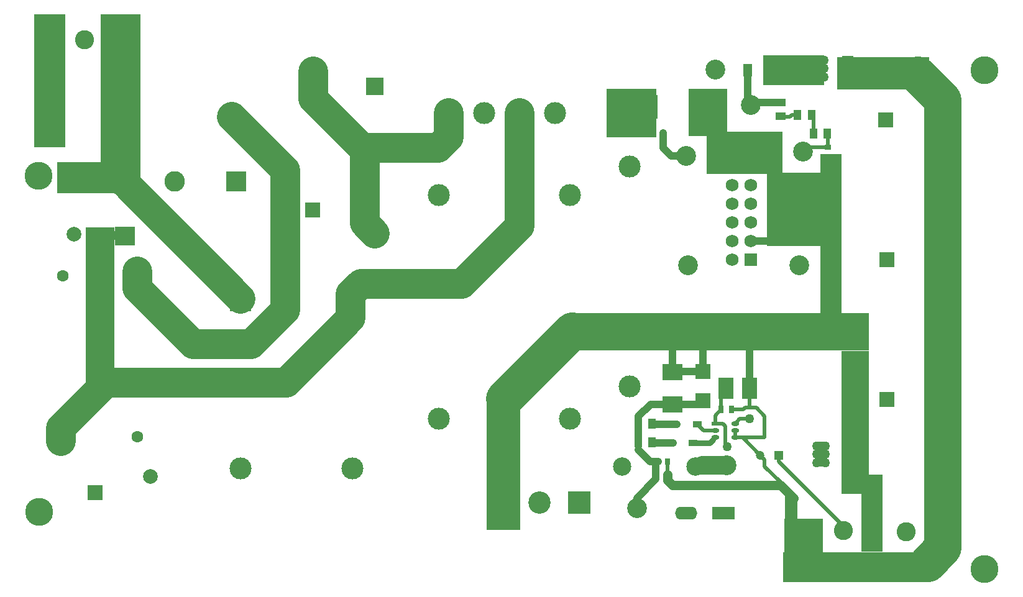
<source format=gtl>
G04 Layer_Physical_Order=1*
G04 Layer_Color=255*
%FSLAX25Y25*%
%MOIN*%
G70*
G01*
G75*
%ADD10O,0.04134X0.02362*%
%ADD11R,0.04134X0.02362*%
%ADD12R,0.06299X0.13780*%
%ADD13R,0.03937X0.05512*%
%ADD14R,0.04724X0.03347*%
%ADD15R,0.05512X0.03937*%
%ADD16R,0.03150X0.03740*%
%ADD17R,0.02953X0.03937*%
%ADD18R,0.03740X0.03150*%
%ADD19R,0.10799X0.08500*%
%ADD20R,0.07874X0.07874*%
%ADD21R,0.05315X0.12992*%
%ADD22R,0.04528X0.06890*%
%ADD23R,0.08465X0.11221*%
%ADD24C,0.20000*%
%ADD25C,0.02000*%
%ADD26C,0.16000*%
%ADD27C,0.04000*%
%ADD28C,0.05000*%
%ADD29C,0.03000*%
%ADD30C,0.10000*%
%ADD31R,0.11000X0.10000*%
%ADD32R,0.27000X0.26000*%
%ADD33R,0.21000X0.25500*%
%ADD34R,0.40500X0.22500*%
%ADD35R,0.06500X0.12000*%
%ADD36R,0.49500X0.17500*%
%ADD37R,0.16500X0.71500*%
%ADD38R,0.45000X0.16500*%
%ADD39R,0.15500X0.91000*%
%ADD40R,0.21500X0.79500*%
%ADD41R,0.76000X0.16000*%
%ADD42R,0.21000X0.26000*%
%ADD43R,0.15000X0.77000*%
%ADD44R,0.11500X0.41500*%
%ADD45R,0.18000X0.70500*%
%ADD46R,1.60500X0.20500*%
%ADD47R,0.33000X0.16000*%
%ADD48R,0.11500X0.85500*%
%ADD49R,0.29000X0.39500*%
%ADD50C,0.15000*%
%ADD51C,0.10630*%
%ADD52C,0.09843*%
%ADD53R,0.12000X0.06969*%
%ADD54O,0.12000X0.06969*%
%ADD55C,0.11811*%
%ADD56C,0.06890*%
%ADD57R,0.06890X0.06890*%
%ADD58C,0.06299*%
%ADD59R,0.06299X0.06299*%
%ADD60C,0.07874*%
%ADD61R,0.11811X0.11811*%
%ADD62C,0.11969*%
%ADD63R,0.11969X0.11969*%
%ADD64C,0.11024*%
%ADD65R,0.11024X0.11024*%
%ADD66R,0.11811X0.11811*%
%ADD67R,0.07874X0.07874*%
%ADD68C,0.09646*%
%ADD69R,0.09646X0.09646*%
%ADD70R,0.04724X0.04724*%
%ADD71C,0.04724*%
%ADD72C,0.10236*%
%ADD73C,0.05000*%
D10*
X502630Y165520D02*
D03*
Y169260D02*
D03*
Y173000D02*
D03*
X492000Y165520D02*
D03*
Y169260D02*
D03*
D11*
Y173000D02*
D03*
D12*
X547823Y363500D02*
D03*
X563177D02*
D03*
X548323Y156500D02*
D03*
X563677D02*
D03*
D13*
X544760Y328500D02*
D03*
X552240D02*
D03*
X450760Y173000D02*
D03*
X458240D02*
D03*
X536260Y338500D02*
D03*
X543740D02*
D03*
X450760Y163000D02*
D03*
X458240D02*
D03*
D14*
X480004Y162500D02*
D03*
X467996D02*
D03*
X470496Y172500D02*
D03*
X482504D02*
D03*
D15*
X527000Y345240D02*
D03*
Y337760D02*
D03*
D16*
X461441Y152500D02*
D03*
X466559D02*
D03*
X458941Y329000D02*
D03*
X464059D02*
D03*
D17*
X466354Y145500D02*
D03*
X460646D02*
D03*
X500854Y180500D02*
D03*
X495146D02*
D03*
D18*
X552500Y321059D02*
D03*
Y315941D02*
D03*
D19*
X469000Y200701D02*
D03*
Y183299D02*
D03*
D20*
X485500Y200874D02*
D03*
Y185126D02*
D03*
X583500Y336000D02*
D03*
X584000Y186000D02*
D03*
Y261000D02*
D03*
X159500Y136000D02*
D03*
D21*
X481516Y343000D02*
D03*
X458484D02*
D03*
D22*
X509390Y362500D02*
D03*
X520610D02*
D03*
D23*
X510299Y192000D02*
D03*
X497701D02*
D03*
D24*
X614012Y115173D02*
Y336000D01*
X600750Y359750D02*
X614012Y346488D01*
Y336000D02*
Y346488D01*
X606000Y98000D02*
X614185Y106185D01*
Y115000D01*
X379250Y186250D02*
X415500Y222500D01*
D25*
X560685Y114000D02*
Y115500D01*
Y117815D01*
X526000Y152500D02*
X560685Y117815D01*
X512500Y344000D02*
X513740Y345240D01*
X539030Y319029D02*
X541059Y321059D01*
X527000Y140000D02*
Y141500D01*
X465854Y145500D02*
X466559Y146205D01*
Y152500D01*
X485744Y169260D02*
X492000D01*
X482504Y172500D02*
X485744Y169260D01*
X505130Y175500D02*
X510500D01*
X502630Y173000D02*
X505130Y175500D01*
X496000Y173000D02*
X497500Y171500D01*
Y161500D02*
Y171500D01*
Y161500D02*
X498500Y160500D01*
X492000Y173000D02*
X496000D01*
X502630Y165520D02*
Y169260D01*
Y165520D02*
X506638D01*
X516157Y156000D01*
X526000Y152500D02*
Y156000D01*
X541059Y321059D02*
X552500D01*
Y328240D01*
X544760Y328500D02*
Y337480D01*
X533000Y338500D02*
X536260D01*
X532000Y337500D02*
X533000Y338500D01*
X527260Y337500D02*
X532000D01*
X506638Y165520D02*
X518500D01*
Y150000D02*
X527000Y141500D01*
X518500Y150000D02*
Y153657D01*
X516157Y156000D02*
X518500Y153657D01*
X495146Y180500D02*
Y189445D01*
X497701Y192000D01*
X492000Y173000D02*
Y177354D01*
X495146Y180500D01*
X500854D02*
X507000D01*
X510299Y181500D02*
Y192000D01*
X518500Y165520D02*
Y177000D01*
X507000Y180500D02*
X508000Y181500D01*
X514000D01*
X518500Y177000D01*
D26*
X173000Y303500D02*
X174000D01*
X237500Y240000D01*
X296500Y229500D02*
Y242500D01*
X262000Y195000D02*
X296500Y229500D01*
X165500Y195000D02*
X262000D01*
X141000Y163500D02*
Y170500D01*
X165500Y195000D01*
X182000Y245500D02*
Y254500D01*
X276500Y347055D02*
Y362000D01*
X182000Y245500D02*
X212000Y215500D01*
X243000D01*
X304055Y280445D02*
X309500Y275000D01*
X276500Y347055D02*
X304055Y319500D01*
X349000Y326500D02*
Y339500D01*
X304055Y280445D02*
Y321000D01*
X343500D01*
X349000Y326500D01*
X296500Y242500D02*
X302000Y248000D01*
X356000D01*
X387000Y279000D01*
Y339500D01*
X243000Y215500D02*
X261500Y234000D01*
Y308925D01*
X232925Y337500D02*
X261500Y308925D01*
D27*
X509390Y345610D02*
Y362500D01*
X513740Y345240D02*
X527000D01*
X464059Y320941D02*
Y329000D01*
Y320941D02*
X468500Y316500D01*
X476500D01*
X450000Y133000D02*
X460146Y143146D01*
Y145500D01*
X457000Y152500D02*
X461441D01*
X460146Y145500D02*
Y151205D01*
X450760Y158740D02*
X457000Y152500D01*
X458240Y172500D02*
X471500D01*
X458240Y162500D02*
X469500D01*
X450760Y163000D02*
Y173000D01*
X457299Y183299D02*
X469000D01*
X450760Y176760D02*
X457299Y183299D01*
X450760Y173000D02*
Y176760D01*
X485500Y200874D02*
Y214000D01*
X469000Y183299D02*
X483673D01*
X469000Y200701D02*
Y215000D01*
X469173Y200874D02*
X485500D01*
X469000Y200701D02*
X469173Y200874D01*
X510299Y192000D02*
Y214299D01*
X511000Y271000D02*
X521000D01*
D28*
X466354Y142646D02*
Y145500D01*
Y142646D02*
X469000Y140000D01*
X527000D01*
X534000Y133000D01*
D29*
X488980Y162500D02*
X490740Y164260D01*
X480004Y162500D02*
X488980D01*
D30*
X485000Y150500D02*
X498000D01*
D31*
X175500Y273500D02*
D03*
D32*
X447000Y339500D02*
D03*
D33*
X488000Y339750D02*
D03*
D34*
X507750Y318250D02*
D03*
D35*
X532750Y128000D02*
D03*
D36*
X582250Y360750D02*
D03*
D37*
X135250Y356750D02*
D03*
D38*
X161500Y304750D02*
D03*
D39*
X162250Y233000D02*
D03*
D40*
X173250Y352750D02*
D03*
D41*
X566500Y96000D02*
D03*
D42*
X539500Y109000D02*
D03*
D43*
X567000Y173500D02*
D03*
D44*
X576250Y124750D02*
D03*
D45*
X378500Y151250D02*
D03*
D46*
X494250Y222250D02*
D03*
D47*
X534000Y362500D02*
D03*
D48*
X554250Y274750D02*
D03*
D49*
X534000Y287750D02*
D03*
D50*
X129000Y306000D02*
D03*
X636500Y362500D02*
D03*
Y95000D02*
D03*
X129500Y125500D02*
D03*
D51*
X492000Y363000D02*
D03*
X450000Y127500D02*
D03*
X477500Y258000D02*
D03*
X498000Y150500D02*
D03*
X276500Y362000D02*
D03*
X511000Y344000D02*
D03*
X539030Y319029D02*
D03*
X476500Y316500D02*
D03*
X440000Y341500D02*
D03*
X537000Y287500D02*
D03*
Y258000D02*
D03*
D52*
X481500Y150000D02*
D03*
X442130D02*
D03*
D53*
X496500Y125000D02*
D03*
D54*
X476500D02*
D03*
D55*
X343921Y175500D02*
D03*
Y295500D02*
D03*
X414000D02*
D03*
Y175500D02*
D03*
X406047Y339500D02*
D03*
X368016D02*
D03*
X387032D02*
D03*
X446000Y311000D02*
D03*
Y192890D02*
D03*
X237500Y149000D02*
D03*
X297500D02*
D03*
Y239000D02*
D03*
X232925Y337500D02*
D03*
D56*
X501000Y301000D02*
D03*
Y291000D02*
D03*
Y281000D02*
D03*
Y271000D02*
D03*
Y261000D02*
D03*
X511000Y301000D02*
D03*
Y291000D02*
D03*
Y281000D02*
D03*
Y271000D02*
D03*
D57*
Y261000D02*
D03*
D58*
X182000Y165917D02*
D03*
X142000Y252083D02*
D03*
D59*
X182000Y254500D02*
D03*
X142000Y163500D02*
D03*
D60*
X614012Y336000D02*
D03*
X614512Y186000D02*
D03*
Y261000D02*
D03*
X189028Y144661D02*
D03*
X276000Y346555D02*
D03*
X148000Y274472D02*
D03*
X173000Y273972D02*
D03*
D61*
X349000Y339500D02*
D03*
X134500Y337500D02*
D03*
D62*
X376244Y130500D02*
D03*
X397622D02*
D03*
D63*
X419000D02*
D03*
D64*
X202205Y303000D02*
D03*
D65*
X235000D02*
D03*
D66*
X237500Y239000D02*
D03*
D67*
X276000Y287500D02*
D03*
X148000Y304000D02*
D03*
X173000Y303500D02*
D03*
D68*
X309500Y275000D02*
D03*
D69*
Y353740D02*
D03*
D70*
X526000Y156000D02*
D03*
D71*
X516157D02*
D03*
D72*
X541000Y115500D02*
D03*
X560685D02*
D03*
X594500Y115000D02*
D03*
X614185D02*
D03*
X173500Y379000D02*
D03*
X153815D02*
D03*
X134130D02*
D03*
D73*
X510500Y175500D02*
D03*
X498500Y160500D02*
D03*
X546000Y363500D02*
D03*
Y368000D02*
D03*
Y359000D02*
D03*
X550500Y368000D02*
D03*
Y363500D02*
D03*
Y359000D02*
D03*
X551000Y152000D02*
D03*
Y156500D02*
D03*
Y161000D02*
D03*
X546500Y152000D02*
D03*
Y161000D02*
D03*
Y156500D02*
D03*
M02*

</source>
